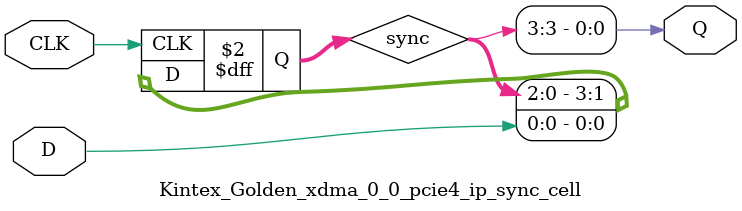
<source format=v>

`timescale 1ps / 1ps

(* DowngradeIPIdentifiedWarnings = "yes" *)
module Kintex_Golden_xdma_0_0_pcie4_ip_sync_cell #
(
    parameter integer STAGE = 3
)
(
    //-------------------------------------------------------------------------- 
    //  Input Ports
    //-------------------------------------------------------------------------- 
    input                               CLK,
    input                               D,
    
    //-------------------------------------------------------------------------- 
    //  Output Ports
    //-------------------------------------------------------------------------- 
    output                              Q
);
    //-------------------------------------------------------------------------- 
    //  Synchronized Signals
    //--------------------------------------------------------------------------  
    (* ASYNC_REG = "TRUE", SHIFT_EXTRACT = "NO" *) reg [STAGE:0] sync;                                                            



//--------------------------------------------------------------------------------------------------
//  Synchronizier
//--------------------------------------------------------------------------------------------------
always @ (posedge CLK)
begin

    sync <= {sync[(STAGE-1):0], D};
            
end   



//--------------------------------------------------------------------------------------------------
//  Generate Output
//--------------------------------------------------------------------------------------------------
assign Q = sync[STAGE];



endmodule

</source>
